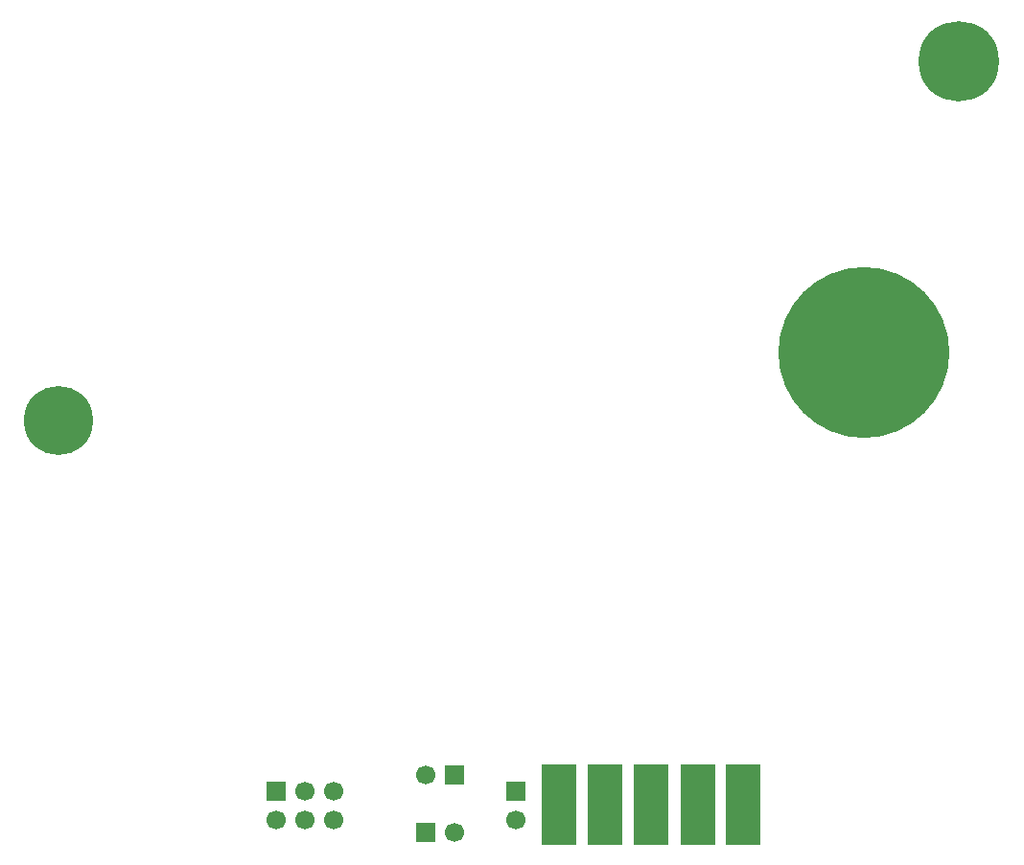
<source format=gbs>
G04 Layer_Color=16711935*
%FSLAX24Y24*%
%MOIN*%
G70*
G01*
G75*
%ADD93C,0.0669*%
%ADD94R,0.0669X0.0669*%
%ADD95R,0.0669X0.0669*%
%ADD96R,0.1220X0.1220*%
%ADD97C,0.2402*%
%ADD98C,0.5945*%
%ADD99C,0.2795*%
%ADD100R,0.1220X0.2795*%
D93*
X26362Y13248D02*
D03*
X27339Y11250D02*
D03*
X29478Y11697D02*
D03*
X23152Y11677D02*
D03*
Y12677D02*
D03*
X22152Y11677D02*
D03*
X21152D02*
D03*
X22152Y12677D02*
D03*
D94*
X27362Y13248D02*
D03*
X26339Y11250D02*
D03*
X21152Y12677D02*
D03*
D95*
X29478Y12697D02*
D03*
D96*
X30984Y11457D02*
D03*
X32579D02*
D03*
X34203D02*
D03*
X35807D02*
D03*
X37402D02*
D03*
D97*
X13602Y25576D02*
D03*
D98*
X41575Y27943D02*
D03*
D99*
X44900Y38100D02*
D03*
D100*
X34203Y12234D02*
D03*
X32579D02*
D03*
X35807D02*
D03*
X37402D02*
D03*
X30984D02*
D03*
M02*

</source>
